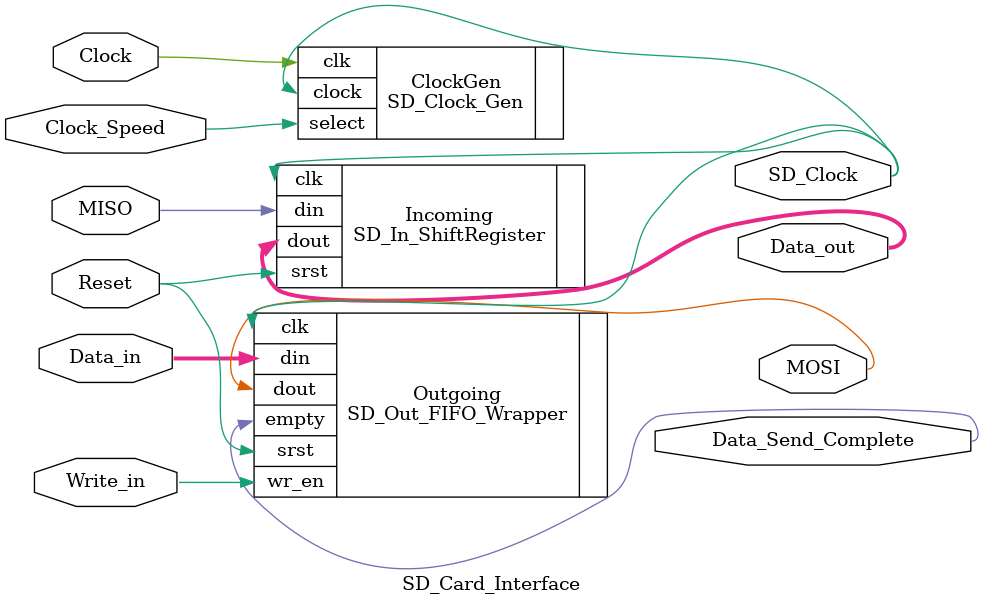
<source format=v>
`timescale 1ns / 1ps


module SD_Card_Interface(
    input Clock, //200MHz
    input Reset, //Active-High
    input [7:0] Data_in,
    input Write_in, //Active-High
    input Clock_Speed, // 0 = 400KHz, 1 = 25MHz
    output [7:0] Data_out,
    output Data_Send_Complete,
    output SD_Clock,
    input MISO,
    output MOSI);
    
    SD_Clock_Gen ClockGen(
        .clk    (Clock),
        .select (Clock_Speed),
        .clock  (SD_Clock));
    
    SD_Out_FIFO_Wrapper Outgoing(
        .clk    (SD_Clock),
        .srst   (Reset),
        .din    (Data_in),
        .wr_en  (Write_in),
        .dout   (MOSI),
        .empty  (Data_Send_Complete));
        
    SD_In_ShiftRegister Incoming(
        .clk    (SD_Clock),
        .srst   (Reset),
        .din    (MISO),
        .dout   (Data_out));
        
endmodule

</source>
